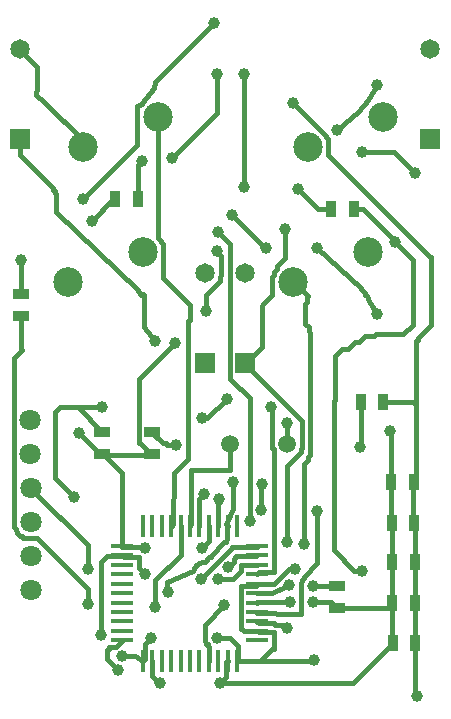
<source format=gbr>
G04 #@! TF.FileFunction,Copper,L1,Top,Signal*
%FSLAX46Y46*%
G04 Gerber Fmt 4.6, Leading zero omitted, Abs format (unit mm)*
G04 Created by KiCad (PCBNEW 4.0.2-stable) date Tuesday, August 30, 2016 'PMt' 10:48:20 PM*
%MOMM*%
G01*
G04 APERTURE LIST*
%ADD10C,0.020000*%
%ADD11R,1.397000X0.889000*%
%ADD12R,0.889000X1.397000*%
%ADD13O,0.406400X1.899920*%
%ADD14O,1.899920X0.406400*%
%ADD15C,1.501140*%
%ADD16C,2.499360*%
%ADD17C,1.651000*%
%ADD18R,1.651000X1.651000*%
%ADD19C,1.800000*%
%ADD20C,1.000000*%
%ADD21C,0.406400*%
G04 APERTURE END LIST*
D10*
D11*
X214096600Y-182029100D03*
X214096600Y-183934100D03*
X218338400Y-182054500D03*
X218338400Y-183959500D03*
X233984800Y-195084700D03*
X233984800Y-196989700D03*
D12*
X240499900Y-189763400D03*
X238594900Y-189763400D03*
X240525300Y-193116200D03*
X238620300Y-193116200D03*
X240550700Y-196545200D03*
X238645700Y-196545200D03*
X240576100Y-199948800D03*
X238671100Y-199948800D03*
X240449100Y-186283600D03*
X238544100Y-186283600D03*
D13*
X221513400Y-201422000D03*
X222313500Y-201422000D03*
X223113600Y-201422000D03*
X223913700Y-201422000D03*
X224713800Y-201422000D03*
X225513900Y-201422000D03*
X220713300Y-201422000D03*
X219913200Y-201422000D03*
X219113100Y-201422000D03*
X218313000Y-201422000D03*
X217512900Y-201422000D03*
X221513400Y-189992000D03*
X222313500Y-189992000D03*
X223113600Y-189992000D03*
X223913700Y-189992000D03*
X224713800Y-189992000D03*
X225513900Y-189992000D03*
X220713300Y-189992000D03*
X219913200Y-189992000D03*
X219113100Y-189992000D03*
X218313000Y-189992000D03*
X217512900Y-189992000D03*
D14*
X227228400Y-195707000D03*
X215798400Y-195707000D03*
X227228400Y-194906900D03*
X215798400Y-194906900D03*
X215798400Y-194106800D03*
X227228400Y-194106800D03*
X227228400Y-193306700D03*
X215798400Y-193306700D03*
X215798400Y-192506600D03*
X227228400Y-192506600D03*
X227228400Y-191706500D03*
X215798400Y-191706500D03*
X215798400Y-196507100D03*
X227228400Y-196507100D03*
X227228400Y-197307200D03*
X215798400Y-197307200D03*
X215798400Y-198107300D03*
X227228400Y-198107300D03*
X227228400Y-198907400D03*
X215798400Y-198907400D03*
X215798400Y-199707500D03*
X227228400Y-199707500D03*
D15*
X229745540Y-183108600D03*
X224863660Y-183108600D03*
D16*
X217525600Y-166801800D03*
X211175600Y-169341800D03*
X236575600Y-166801800D03*
X230225600Y-169341800D03*
X212445600Y-157911800D03*
X218795600Y-155371800D03*
X231495600Y-157911800D03*
X237845600Y-155371800D03*
D17*
X222808800Y-168605200D03*
D18*
X222808800Y-176225200D03*
D17*
X226187000Y-168605200D03*
D18*
X226187000Y-176225200D03*
D17*
X207162400Y-149682200D03*
D18*
X207162400Y-157302200D03*
D17*
X241858800Y-149682200D03*
D18*
X241858800Y-157302200D03*
D19*
X208013300Y-195440300D03*
X208013300Y-186829700D03*
X208013300Y-192570100D03*
X207987900Y-183959500D03*
X208013300Y-189699900D03*
X207987900Y-181089300D03*
D11*
X207238600Y-172275500D03*
X207238600Y-170370500D03*
D12*
X215201500Y-162331400D03*
X217106500Y-162331400D03*
X233489500Y-163220400D03*
X235394500Y-163220400D03*
X237883700Y-179501800D03*
X235978700Y-179501800D03*
D20*
X218567000Y-174371000D03*
X228346000Y-179984400D03*
X229565200Y-164871400D03*
X229743000Y-191389000D03*
X224409000Y-196723000D03*
X231140000Y-191516000D03*
X218541600Y-196900800D03*
X230682310Y-161516778D03*
X236067600Y-158394400D03*
X240538000Y-160147000D03*
X238429800Y-182016400D03*
X223774000Y-166751000D03*
X222885000Y-171831000D03*
X220218000Y-174498000D03*
X212090000Y-182118000D03*
X226060000Y-161290000D03*
X226060000Y-151765000D03*
X217678000Y-191897000D03*
X222504000Y-191897000D03*
X229946200Y-196469000D03*
X231902000Y-196469000D03*
X224028000Y-203327000D03*
X218948000Y-203327000D03*
X230403400Y-193675000D03*
X223977200Y-187706000D03*
X240741200Y-204419200D03*
X232029000Y-201371200D03*
X230251000Y-154178000D03*
X212852000Y-193675000D03*
X217678000Y-194056000D03*
X213995000Y-199263000D03*
X215773000Y-201041000D03*
X218186000Y-199517000D03*
X223774000Y-199517000D03*
X233934000Y-156464000D03*
X237363000Y-152654000D03*
X214096600Y-179959000D03*
X222554800Y-180924200D03*
X224612200Y-179273200D03*
X229692200Y-181305200D03*
X211709000Y-187553600D03*
X222681800Y-187350400D03*
X220345000Y-183134000D03*
X229920800Y-195046600D03*
X231902000Y-195072000D03*
X225044000Y-163703000D03*
X227965000Y-166497000D03*
X232283000Y-166497000D03*
X237363000Y-172085000D03*
X235889800Y-183337200D03*
X223901000Y-165100000D03*
X226568000Y-189611000D03*
X219633800Y-195630800D03*
X225171000Y-186283600D03*
X232283000Y-188722000D03*
X213182200Y-164185600D03*
X229743000Y-198628000D03*
X212852000Y-196596000D03*
X215392000Y-202184000D03*
X236093000Y-193802000D03*
X238887000Y-165989000D03*
X223774000Y-151765000D03*
X219964000Y-158877000D03*
X217474800Y-159105600D03*
X207238600Y-167513000D03*
X212471000Y-162306000D03*
X223520000Y-147447000D03*
X223850200Y-194538600D03*
X224764600Y-193497200D03*
X227558600Y-188645800D03*
X227584000Y-186436000D03*
X222453200Y-194513200D03*
D21*
X217652600Y-171246800D02*
X217652600Y-170510200D01*
X207137000Y-157353000D02*
X207137000Y-158623000D01*
X209931000Y-161417000D02*
X207137000Y-158623000D01*
X209931000Y-161544000D02*
X209931000Y-161417000D01*
X210058000Y-161671000D02*
X209931000Y-161544000D01*
X210058000Y-161798000D02*
X210058000Y-161671000D01*
X210185000Y-161925000D02*
X210058000Y-161798000D01*
X210185000Y-163449000D02*
X210185000Y-161925000D01*
X217144600Y-170027600D02*
X210185000Y-163449000D01*
X217144600Y-170154600D02*
X217144600Y-170027600D01*
X217398600Y-170434000D02*
X217144600Y-170154600D01*
X217525600Y-170383200D02*
X217398600Y-170434000D01*
X217652600Y-170510200D02*
X217525600Y-170383200D01*
X217601800Y-173202600D02*
X217652600Y-171246800D01*
X218567000Y-174371000D02*
X217601800Y-173202600D01*
X207137000Y-157353000D02*
X207162400Y-157302200D01*
X228346000Y-179984400D02*
X228473000Y-180111400D01*
X228473000Y-180111400D02*
X228473000Y-183388000D01*
X228473000Y-183388000D02*
X228600000Y-183515000D01*
X228600000Y-183515000D02*
X228600000Y-193929000D01*
X228600000Y-193929000D02*
X227330000Y-193929000D01*
X227330000Y-193929000D02*
X227203000Y-194056000D01*
X227203000Y-194056000D02*
X227228400Y-194106800D01*
X228854000Y-168046400D02*
X228854000Y-168275000D01*
X229565200Y-167335200D02*
X228854000Y-168046400D01*
X229565200Y-164871400D02*
X229565200Y-167335200D01*
X226187000Y-176225200D02*
X226187000Y-176276000D01*
X226187000Y-176276000D02*
X227584000Y-174879000D01*
X228600000Y-168529000D02*
X228854000Y-168275000D01*
X228600000Y-168783000D02*
X228600000Y-168529000D01*
X228473000Y-168910000D02*
X228600000Y-168783000D01*
X228473000Y-170434000D02*
X228473000Y-168910000D01*
X227711000Y-171196000D02*
X228473000Y-170434000D01*
X227711000Y-171272200D02*
X227711000Y-171196000D01*
X227584000Y-171399200D02*
X227711000Y-171272200D01*
X227584000Y-174879000D02*
X227584000Y-171399200D01*
X228854000Y-168275000D02*
X228854000Y-168148000D01*
X226187000Y-176225200D02*
X226187000Y-176276000D01*
X226187000Y-176276000D02*
X231013000Y-181102000D01*
X231013000Y-181102000D02*
X231013000Y-183388000D01*
X231013000Y-183388000D02*
X230886000Y-183515000D01*
X230886000Y-183515000D02*
X230886000Y-183769000D01*
X230886000Y-183769000D02*
X229743000Y-184912000D01*
X229743000Y-184912000D02*
X229743000Y-191389000D01*
X224409000Y-196723000D02*
X222758000Y-198374000D01*
X222758000Y-198374000D02*
X222758000Y-199771000D01*
X222758000Y-199771000D02*
X222885000Y-199898000D01*
X222885000Y-199898000D02*
X222885000Y-200025000D01*
X222885000Y-200025000D02*
X223012000Y-200025000D01*
X223012000Y-200025000D02*
X223012000Y-200152000D01*
X223012000Y-200152000D02*
X223139000Y-200279000D01*
X223139000Y-200279000D02*
X223139000Y-201422000D01*
X223139000Y-201422000D02*
X223113600Y-201422000D01*
X231571800Y-173532800D02*
X231571800Y-173202600D01*
X218541600Y-194640200D02*
X220726000Y-192455800D01*
X231571800Y-173532800D02*
X231698800Y-173659800D01*
X231698800Y-173659800D02*
X231648000Y-184023000D01*
X231648000Y-184023000D02*
X231521000Y-184150000D01*
X231521000Y-184150000D02*
X231521000Y-184404000D01*
X231521000Y-184404000D02*
X231140000Y-184785000D01*
X231140000Y-184785000D02*
X231140000Y-191516000D01*
X220726000Y-189992000D02*
X220726000Y-192455800D01*
X218541600Y-196900800D02*
X218541600Y-194640200D01*
X231394000Y-171043600D02*
X231394000Y-170434000D01*
X231216200Y-171221400D02*
X231394000Y-171043600D01*
X231216200Y-172364400D02*
X231216200Y-171221400D01*
X231292400Y-172440600D02*
X231216200Y-172364400D01*
X231292400Y-172923200D02*
X231292400Y-172440600D01*
X231571800Y-173202600D02*
X231292400Y-172923200D01*
X231521000Y-170561000D02*
X231394000Y-170434000D01*
X231394000Y-170434000D02*
X230251000Y-169291000D01*
X230225600Y-169341800D02*
X230251000Y-169291000D01*
X220726000Y-189992000D02*
X220713300Y-189992000D01*
X221386400Y-173101000D02*
X221386400Y-172669200D01*
X218821000Y-155321000D02*
X218821000Y-165608000D01*
X219075000Y-165862000D02*
X218821000Y-165608000D01*
X219075000Y-165989000D02*
X219075000Y-165862000D01*
X219202000Y-166116000D02*
X219075000Y-165989000D01*
X219202000Y-169037000D02*
X219202000Y-166116000D01*
X221234000Y-171069000D02*
X219202000Y-169037000D01*
X221361000Y-184327800D02*
X221386400Y-173101000D01*
X220167200Y-185521600D02*
X221361000Y-184327800D01*
X220167200Y-185521600D02*
X220091000Y-189865000D01*
X221513400Y-171348400D02*
X221234000Y-171069000D01*
X221513400Y-171805600D02*
X221513400Y-171348400D01*
X221538800Y-171831000D02*
X221513400Y-171805600D01*
X221538800Y-172161200D02*
X221538800Y-171831000D01*
X221488000Y-172212000D02*
X221538800Y-172161200D01*
X221488000Y-172567600D02*
X221488000Y-172212000D01*
X221386400Y-172669200D02*
X221488000Y-172567600D01*
X219913200Y-189992000D02*
X219964000Y-189992000D01*
X219964000Y-189992000D02*
X220091000Y-189865000D01*
X218821000Y-155321000D02*
X218795600Y-155371800D01*
X233489500Y-163220400D02*
X232385932Y-163220400D01*
X232385932Y-163220400D02*
X230682310Y-161516778D01*
X224028000Y-203327000D02*
X235292900Y-203327000D01*
X235292900Y-203327000D02*
X238671100Y-199948800D01*
X238544100Y-186283600D02*
X238544100Y-182130700D01*
X238785400Y-158394400D02*
X236067600Y-158394400D01*
X240538000Y-160147000D02*
X238785400Y-158394400D01*
X238544100Y-182130700D02*
X238429800Y-182016400D01*
X223774000Y-166751000D02*
X224155000Y-167132000D01*
X224155000Y-167132000D02*
X224155000Y-168783000D01*
X224155000Y-168783000D02*
X224028000Y-168910000D01*
X224028000Y-168910000D02*
X224028000Y-169291000D01*
X224028000Y-169291000D02*
X222885000Y-170434000D01*
X222885000Y-170434000D02*
X222885000Y-171831000D01*
X220218000Y-174498000D02*
X217170000Y-177546000D01*
X217170000Y-177546000D02*
X217170000Y-183007000D01*
X217170000Y-183007000D02*
X217297000Y-183007000D01*
X217297000Y-183007000D02*
X218313000Y-184023000D01*
X218313000Y-184023000D02*
X218338400Y-183959500D01*
X214096600Y-183934100D02*
X214122000Y-183896000D01*
X214122000Y-183896000D02*
X213868000Y-183896000D01*
X213868000Y-183896000D02*
X212090000Y-182118000D01*
X226060000Y-161290000D02*
X226060000Y-151765000D01*
X215798400Y-191706500D02*
X215773000Y-191770000D01*
X215773000Y-191770000D02*
X217551000Y-191770000D01*
X217551000Y-191770000D02*
X217678000Y-191897000D01*
X222504000Y-191897000D02*
X223139000Y-191262000D01*
X223139000Y-191262000D02*
X223139000Y-189992000D01*
X223139000Y-189992000D02*
X223113600Y-189992000D01*
X214096600Y-183934100D02*
X214122000Y-183896000D01*
X214122000Y-183896000D02*
X215773000Y-185547000D01*
X215773000Y-185547000D02*
X215773000Y-191770000D01*
X215773000Y-191770000D02*
X215798400Y-191706500D01*
X227228400Y-196507100D02*
X227203000Y-196469000D01*
X227203000Y-196469000D02*
X229946200Y-196469000D01*
X231902000Y-196469000D02*
X233426000Y-196469000D01*
X233426000Y-196469000D02*
X233934000Y-196977000D01*
X233934000Y-196977000D02*
X233984800Y-196989700D01*
X224713800Y-201422000D02*
X224663000Y-201422000D01*
X224663000Y-201422000D02*
X224536000Y-201549000D01*
X224536000Y-201549000D02*
X224536000Y-202819000D01*
X224536000Y-202819000D02*
X224028000Y-203327000D01*
X218948000Y-203327000D02*
X218313000Y-202692000D01*
X218313000Y-202692000D02*
X218313000Y-201422000D01*
X233984800Y-196989700D02*
X233934000Y-196977000D01*
X233934000Y-196977000D02*
X238252000Y-196977000D01*
X238252000Y-196977000D02*
X238633000Y-196596000D01*
X238633000Y-196596000D02*
X238645700Y-196545200D01*
X218338400Y-183959500D02*
X218313000Y-184023000D01*
X218313000Y-184023000D02*
X214249000Y-184023000D01*
X214249000Y-184023000D02*
X214122000Y-183896000D01*
X214122000Y-183896000D02*
X214096600Y-183934100D01*
X238594900Y-189763400D02*
X238633000Y-189738000D01*
X238633000Y-189738000D02*
X238506000Y-189611000D01*
X238506000Y-189611000D02*
X238506000Y-186309000D01*
X238506000Y-186309000D02*
X238544100Y-186283600D01*
X238620300Y-193116200D02*
X238633000Y-193167000D01*
X238633000Y-193167000D02*
X238633000Y-189738000D01*
X238633000Y-189738000D02*
X238594900Y-189763400D01*
X238645700Y-196545200D02*
X238633000Y-196596000D01*
X238633000Y-196596000D02*
X238633000Y-193167000D01*
X238633000Y-193167000D02*
X238620300Y-193116200D01*
X238645700Y-196545200D02*
X238633000Y-196596000D01*
X238633000Y-196596000D02*
X238633000Y-199898000D01*
X238633000Y-199898000D02*
X238671100Y-199948800D01*
X237883700Y-179501800D02*
X240360200Y-179501800D01*
X240360200Y-179501800D02*
X240665000Y-179806600D01*
X230403400Y-193675000D02*
X229870000Y-193675000D01*
X228638100Y-194906900D02*
X227228400Y-194906900D01*
X229870000Y-193675000D02*
X228638100Y-194906900D01*
X223913700Y-189992000D02*
X223913700Y-188556900D01*
X230403400Y-193675000D02*
X230378000Y-193675000D01*
X223913700Y-188556900D02*
X223977200Y-187706000D01*
X225513900Y-201422000D02*
X231978200Y-201422000D01*
X240576100Y-204254100D02*
X240576100Y-199948800D01*
X240741200Y-204419200D02*
X240576100Y-204254100D01*
X231978200Y-201422000D02*
X232029000Y-201371200D01*
X241909600Y-167233600D02*
X241935000Y-167259000D01*
X241935000Y-167259000D02*
X241808000Y-167259000D01*
X241808000Y-167259000D02*
X233172000Y-158623000D01*
X233172000Y-158623000D02*
X233172000Y-157226000D01*
X233172000Y-157226000D02*
X233045000Y-157099000D01*
X233045000Y-157099000D02*
X233045000Y-156972000D01*
X233045000Y-156972000D02*
X230251000Y-154178000D01*
X208013300Y-186829700D02*
X208153000Y-186944000D01*
X208153000Y-186944000D02*
X212852000Y-191643000D01*
X212852000Y-191643000D02*
X212852000Y-193675000D01*
X217678000Y-194056000D02*
X217170000Y-193548000D01*
X217170000Y-193548000D02*
X217170000Y-192659000D01*
X217170000Y-192659000D02*
X215900000Y-192659000D01*
X215900000Y-192659000D02*
X215773000Y-192532000D01*
X215773000Y-192532000D02*
X215798400Y-192506600D01*
X240449100Y-186283600D02*
X240411000Y-186309000D01*
X240411000Y-186309000D02*
X240665000Y-186055000D01*
X240665000Y-186055000D02*
X240665000Y-179806600D01*
X240665000Y-179806600D02*
X240665000Y-174371000D01*
X240665000Y-174371000D02*
X240792000Y-174244000D01*
X240792000Y-174244000D02*
X240792000Y-174117000D01*
X240792000Y-174117000D02*
X241935000Y-172974000D01*
X241935000Y-172974000D02*
X241935000Y-167259000D01*
X241935000Y-167259000D02*
X241909600Y-167233600D01*
X215798400Y-192506600D02*
X215773000Y-192532000D01*
X215773000Y-192532000D02*
X214503000Y-192532000D01*
X214503000Y-192532000D02*
X213995000Y-193040000D01*
X213995000Y-193040000D02*
X213995000Y-199263000D01*
X215773000Y-201041000D02*
X216839800Y-201041000D01*
X216839800Y-201041000D02*
X217551000Y-201422000D01*
X217551000Y-201422000D02*
X217512900Y-201422000D01*
X225513900Y-201422000D02*
X227457000Y-201422000D01*
X227457000Y-201422000D02*
X228473000Y-200406000D01*
X228473000Y-200406000D02*
X228600000Y-200406000D01*
X228600000Y-200406000D02*
X228600000Y-199009000D01*
X228600000Y-199009000D02*
X227330000Y-199009000D01*
X227330000Y-199009000D02*
X227228400Y-198907400D01*
X217512900Y-201422000D02*
X217551000Y-201422000D01*
X217551000Y-201422000D02*
X217678000Y-201295000D01*
X217678000Y-201295000D02*
X217678000Y-200025000D01*
X217678000Y-200025000D02*
X218186000Y-199517000D01*
X223774000Y-199517000D02*
X224917000Y-199517000D01*
X224917000Y-199517000D02*
X225552000Y-200152000D01*
X225552000Y-200152000D02*
X225552000Y-201422000D01*
X225552000Y-201422000D02*
X225513900Y-201422000D01*
X227228400Y-198907400D02*
X227203000Y-198882000D01*
X227203000Y-198882000D02*
X226060000Y-198882000D01*
X226060000Y-198882000D02*
X225933000Y-198755000D01*
X225933000Y-198755000D02*
X225806000Y-198755000D01*
X225806000Y-198755000D02*
X225806000Y-195072000D01*
X225806000Y-195072000D02*
X227076000Y-195072000D01*
X227076000Y-195072000D02*
X227203000Y-194945000D01*
X227203000Y-194945000D02*
X227228400Y-194906900D01*
X240499900Y-189763400D02*
X240538000Y-189738000D01*
X240538000Y-189738000D02*
X240411000Y-189611000D01*
X240411000Y-189611000D02*
X240411000Y-186309000D01*
X240411000Y-186309000D02*
X240449100Y-186283600D01*
X240525300Y-193116200D02*
X240538000Y-193167000D01*
X240538000Y-193167000D02*
X240538000Y-189738000D01*
X240538000Y-189738000D02*
X240499900Y-189763400D01*
X240550700Y-196545200D02*
X240538000Y-196596000D01*
X240538000Y-196596000D02*
X240538000Y-193167000D01*
X240538000Y-193167000D02*
X240525300Y-193116200D01*
X240576100Y-199948800D02*
X240538000Y-199898000D01*
X240538000Y-199898000D02*
X240538000Y-196596000D01*
X240538000Y-196596000D02*
X240550700Y-196545200D01*
X207162400Y-149682200D02*
X207137000Y-149733000D01*
X207137000Y-149733000D02*
X208534000Y-151130000D01*
X208534000Y-151130000D02*
X208534000Y-153085800D01*
X208534000Y-153085800D02*
X208508600Y-153314400D01*
X208508600Y-153314400D02*
X208508600Y-153517600D01*
X208508600Y-153517600D02*
X209118200Y-154152600D01*
X209118200Y-154152600D02*
X209270600Y-154178000D01*
X209270600Y-154178000D02*
X212471000Y-157353000D01*
X212471000Y-157353000D02*
X212471000Y-157861000D01*
X212471000Y-157861000D02*
X212445600Y-157911800D01*
X236118400Y-154533600D02*
X235813600Y-154889200D01*
X236245400Y-154406600D02*
X236118400Y-154533600D01*
X236550200Y-153949400D02*
X236245400Y-154406600D01*
X237363000Y-152654000D02*
X236550200Y-153949400D01*
X235813600Y-154889200D02*
X233934000Y-156464000D01*
X229745540Y-183108600D02*
X229745540Y-181358540D01*
X214071200Y-179933600D02*
X212001100Y-179933600D01*
X214096600Y-179959000D02*
X214071200Y-179933600D01*
X222961200Y-180924200D02*
X222554800Y-180924200D01*
X224612200Y-179273200D02*
X222961200Y-180924200D01*
X229745540Y-181358540D02*
X229692200Y-181305200D01*
X212001100Y-179933600D02*
X214096600Y-182029100D01*
X210540600Y-179933600D02*
X212001100Y-179933600D01*
X210083400Y-180390800D02*
X210540600Y-179933600D01*
X210083400Y-185928000D02*
X210083400Y-180390800D01*
X211709000Y-187553600D02*
X210083400Y-185928000D01*
X222313500Y-187718700D02*
X222681800Y-187350400D01*
X222313500Y-189992000D02*
X222313500Y-187718700D01*
X221513400Y-189992000D02*
X221488000Y-189992000D01*
X221488000Y-189992000D02*
X221615000Y-189865000D01*
X221615000Y-189865000D02*
X221615000Y-185293000D01*
X221615000Y-185293000D02*
X224917000Y-185293000D01*
X224917000Y-185293000D02*
X224917000Y-183134000D01*
X224917000Y-183134000D02*
X224863660Y-183108600D01*
X220345000Y-183134000D02*
X219583000Y-183134000D01*
X219583000Y-183134000D02*
X219456000Y-183007000D01*
X219456000Y-183007000D02*
X219202000Y-183007000D01*
X219202000Y-183007000D02*
X218313000Y-182118000D01*
X218313000Y-182118000D02*
X218338400Y-182054500D01*
X227228400Y-195707000D02*
X228473000Y-195707000D01*
X228473000Y-195707000D02*
X229920800Y-195046600D01*
X231902000Y-195072000D02*
X233934000Y-195072000D01*
X233934000Y-195072000D02*
X233984800Y-195084700D01*
X227838000Y-166497000D02*
X225044000Y-163703000D01*
X227965000Y-166497000D02*
X227838000Y-166497000D01*
X235991400Y-169849800D02*
X232283000Y-166497000D01*
X235991400Y-169976800D02*
X235991400Y-169849800D01*
X236347000Y-170332400D02*
X235991400Y-169976800D01*
X236347000Y-170459400D02*
X236347000Y-170332400D01*
X236474000Y-170586400D02*
X236347000Y-170459400D01*
X236651800Y-171018200D02*
X236474000Y-170586400D01*
X237363000Y-172085000D02*
X236651800Y-171018200D01*
X235978700Y-183248300D02*
X235978700Y-179501800D01*
X235889800Y-183337200D02*
X235978700Y-183248300D01*
X223901000Y-165100000D02*
X224917000Y-166116000D01*
X224917000Y-166116000D02*
X224917000Y-177546000D01*
X224917000Y-177546000D02*
X226568000Y-179197000D01*
X226568000Y-179197000D02*
X226568000Y-189611000D01*
X219633800Y-195630800D02*
X219506800Y-195630800D01*
X219506800Y-195630800D02*
X219557600Y-194741800D01*
X219557600Y-194741800D02*
X221742000Y-193802000D01*
X221742000Y-193802000D02*
X221869000Y-193675000D01*
X221869000Y-193675000D02*
X221869000Y-193548000D01*
X221869000Y-193548000D02*
X221996000Y-193421000D01*
X221996000Y-193421000D02*
X221996000Y-193294000D01*
X221996000Y-193294000D02*
X222123000Y-193294000D01*
X222123000Y-193294000D02*
X222250000Y-193167000D01*
X222250000Y-193167000D02*
X222377000Y-193167000D01*
X222377000Y-193167000D02*
X222504000Y-193040000D01*
X222504000Y-193040000D02*
X222758000Y-193040000D01*
X222758000Y-193040000D02*
X223139000Y-192659000D01*
X223139000Y-192659000D02*
X223266000Y-192659000D01*
X223266000Y-192659000D02*
X223266000Y-192532000D01*
X223266000Y-192532000D02*
X224409000Y-191389000D01*
X224409000Y-191389000D02*
X224536000Y-191389000D01*
X224536000Y-191389000D02*
X224536000Y-191262000D01*
X224536000Y-191262000D02*
X224663000Y-191135000D01*
X224663000Y-191135000D02*
X224663000Y-189992000D01*
X224663000Y-189992000D02*
X224713800Y-189992000D01*
X224713800Y-189992000D02*
X224663000Y-189992000D01*
X224663000Y-189992000D02*
X224536000Y-189865000D01*
X224536000Y-189865000D02*
X225120200Y-188595000D01*
X225120200Y-188595000D02*
X225171000Y-186283600D01*
X232283000Y-193167000D02*
X232283000Y-188722000D01*
X231140000Y-194310000D02*
X232283000Y-193167000D01*
X231140000Y-194437000D02*
X231140000Y-194310000D01*
X231013000Y-194564000D02*
X231140000Y-194437000D01*
X231013000Y-194691000D02*
X231013000Y-194564000D01*
X230886000Y-194818000D02*
X231013000Y-194691000D01*
X230886000Y-196215000D02*
X230886000Y-194818000D01*
X230911400Y-197485000D02*
X230886000Y-196215000D01*
X228854000Y-197485000D02*
X230911400Y-197485000D01*
X228727000Y-197358000D02*
X228854000Y-197485000D01*
X227203000Y-197358000D02*
X228727000Y-197358000D01*
X213182200Y-164185600D02*
X215036400Y-162331400D01*
X215036400Y-162331400D02*
X215201500Y-162331400D01*
X227228400Y-197307200D02*
X227203000Y-197358000D01*
X207238600Y-172275500D02*
X207238600Y-175133000D01*
X228600000Y-198247000D02*
X227330000Y-198247000D01*
X228727000Y-198374000D02*
X228600000Y-198247000D01*
X229235000Y-198374000D02*
X228727000Y-198374000D01*
X229489000Y-198628000D02*
X229235000Y-198374000D01*
X229743000Y-198628000D02*
X229489000Y-198628000D01*
X212852000Y-195326000D02*
X212852000Y-196596000D01*
X208534000Y-191008000D02*
X212852000Y-195326000D01*
X207391000Y-191008000D02*
X208534000Y-191008000D01*
X207264000Y-190881000D02*
X207391000Y-191008000D01*
X207137000Y-190881000D02*
X207264000Y-190881000D01*
X206883000Y-190627000D02*
X207137000Y-190881000D01*
X206883000Y-190500000D02*
X206883000Y-190627000D01*
X206756000Y-190373000D02*
X206883000Y-190500000D01*
X206756000Y-190246000D02*
X206756000Y-190373000D01*
X206629000Y-190119000D02*
X206756000Y-190246000D01*
X206629000Y-175768000D02*
X206629000Y-190119000D01*
X207264000Y-175133000D02*
X206629000Y-175768000D01*
X207238600Y-175133000D02*
X207264000Y-175133000D01*
X227330000Y-198247000D02*
X227203000Y-198120000D01*
X227203000Y-198120000D02*
X227228400Y-198107300D01*
X240411000Y-172466000D02*
X240411000Y-172974000D01*
X235432600Y-193802000D02*
X233680000Y-192049400D01*
X233680000Y-192049400D02*
X233680000Y-179425600D01*
X215265000Y-200279000D02*
X215773000Y-199771000D01*
X214630000Y-200279000D02*
X215265000Y-200279000D01*
X214630000Y-200406000D02*
X214630000Y-200279000D01*
X214503000Y-200533000D02*
X214630000Y-200406000D01*
X214503000Y-201295000D02*
X214503000Y-200533000D01*
X215392000Y-202184000D02*
X214503000Y-201295000D01*
X236093000Y-193802000D02*
X235432600Y-193802000D01*
X233781600Y-179324000D02*
X233680000Y-179425600D01*
X233781600Y-175615600D02*
X233781600Y-179324000D01*
X234365800Y-175031400D02*
X233781600Y-175615600D01*
X234899200Y-175031400D02*
X234365800Y-175031400D01*
X235508800Y-174421800D02*
X234899200Y-175031400D01*
X235813600Y-174421800D02*
X235508800Y-174421800D01*
X236296200Y-173939200D02*
X235813600Y-174421800D01*
X237134400Y-173939200D02*
X236296200Y-173939200D01*
X237286800Y-173786800D02*
X237134400Y-173939200D01*
X238556800Y-173786800D02*
X237286800Y-173786800D01*
X238582200Y-173812200D02*
X238556800Y-173786800D01*
X239572800Y-173812200D02*
X238582200Y-173812200D01*
X240411000Y-172974000D02*
X239572800Y-173812200D01*
X238887000Y-165938200D02*
X236169200Y-163220400D01*
X235394500Y-163220400D02*
X236169200Y-163220400D01*
X238887000Y-165989000D02*
X240411000Y-167513000D01*
X240411000Y-167513000D02*
X240411000Y-172466000D01*
X240411000Y-172466000D02*
X240411000Y-172491400D01*
X240411000Y-172491400D02*
X240411000Y-172618400D01*
X238887000Y-165989000D02*
X238887000Y-165938200D01*
X215773000Y-199771000D02*
X215798400Y-199707500D01*
X223774000Y-155067000D02*
X223774000Y-151765000D01*
X219964000Y-158877000D02*
X223774000Y-155067000D01*
X217106500Y-159473900D02*
X217106500Y-162331400D01*
X217474800Y-159105600D02*
X217106500Y-159473900D01*
X207238600Y-167513000D02*
X207238600Y-170370500D01*
X212471000Y-162306000D02*
X217043000Y-157734000D01*
X217043000Y-157734000D02*
X217043000Y-154889200D01*
X217043000Y-154889200D02*
X217043000Y-154660600D01*
X217043000Y-154660600D02*
X217043000Y-154457400D01*
X217043000Y-154457400D02*
X217424000Y-154305000D01*
X217424000Y-154305000D02*
X217424000Y-154178000D01*
X217424000Y-154178000D02*
X218490800Y-152908000D01*
X218490800Y-152908000D02*
X218516200Y-152450800D01*
X218516200Y-152450800D02*
X218643200Y-152323800D01*
X218643200Y-152323800D02*
X218821000Y-152146000D01*
X218821000Y-152146000D02*
X223520000Y-147447000D01*
X223850200Y-194538600D02*
X225145600Y-194538600D01*
X227203000Y-193294000D02*
X225806000Y-193294000D01*
X225806000Y-193878200D02*
X225806000Y-193294000D01*
X225145600Y-194538600D02*
X225806000Y-193878200D01*
X227228400Y-193306700D02*
X227203000Y-193294000D01*
X225450400Y-192608200D02*
X227126800Y-192608200D01*
X225221800Y-192836800D02*
X225450400Y-192608200D01*
X225221800Y-193040000D02*
X225221800Y-192836800D01*
X224764600Y-193497200D02*
X225221800Y-193040000D01*
X227558600Y-186461400D02*
X227558600Y-188645800D01*
X227584000Y-186436000D02*
X227558600Y-186461400D01*
X227126800Y-192608200D02*
X227228400Y-192506600D01*
X225069400Y-191795400D02*
X225069400Y-191897000D01*
X225069400Y-191795400D02*
X227203000Y-191770000D01*
X225069400Y-191897000D02*
X222453200Y-194513200D01*
X227228400Y-191706500D02*
X227203000Y-191770000D01*
M02*

</source>
